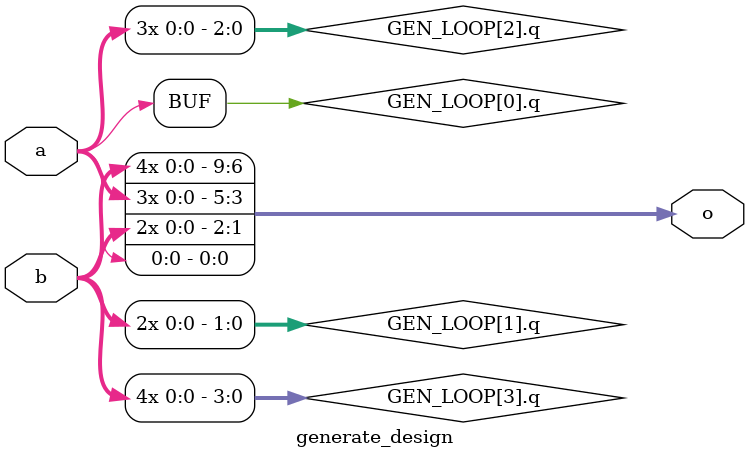
<source format=v>
module generate_design #(parameter N = 4) (input a, b, output [N * (N + 1) / 2 - 1 : 0] o);

genvar i, j;
generate for(i = 0; i < N; i = i + 1) begin: GEN_LOOP
	// Width of q on each iteration depends on genvar i
	(* keep = 1*) reg [i:0] q;

	if(i % 2 == 0) begin: GEN_TRUE
		always@* q[i:0] = {i+1{a}};
	end
	else begin : GEN_FALSE
		always@* q[i:0] = {i+1{b}};
	end
end
endgenerate

generate for(j = 0; j < N; j = j + 1) begin : GEN_LOOP2

	assign o[j + j * (j + 1) / 2 : 0 + j * (j + 1) / 2] = GEN_LOOP[j].q[j:0];
end
endgenerate
endmodule

</source>
